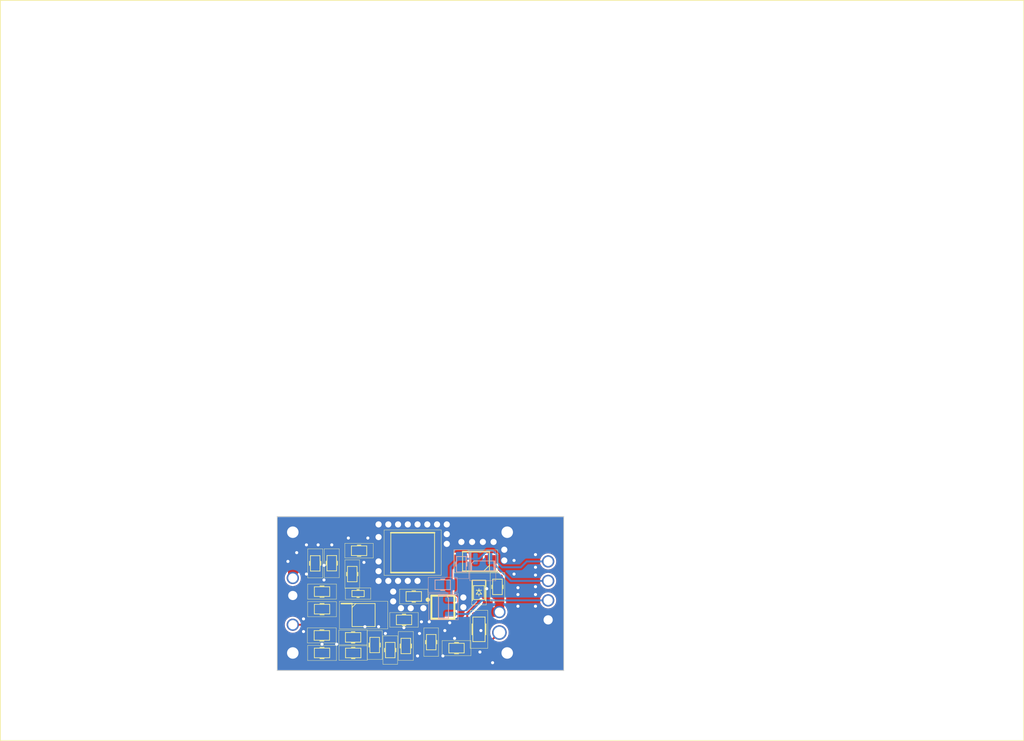
<source format=kicad_pcb>
(kicad_pcb (version 20221018) (generator pcbnew)
  (layers (0 "F.Cu" signal) (31 "B.Cu" signal) (34 "B.Paste" user) (35 "F.Paste" user) (36 "B.SilkS" user "B.Silkscreen") (37 "F.SilkS" user "F.Silkscreen") (38 "B.Mask" user) (39 "F.Mask" user) (44 "Edge.Cuts" user))
  (net 0 "")
  (net 1 "Net-(IC1-FB)")
  (net 2 "Net-(IC1-COMP)")
  (net 3 "Net-(IC1-RC)")
  (net 4 "Net-(IC1-SS)")
  (net 5 "Net-(D8-Conn)")
  (net 6 "Net-(C2-Pad1)")
  (net 7 "Net-(IC1-BP)")
  (net 8 "Net-(IC1-ISNS)")
  (net 9 "Net-(D10-Conn)")
  (net 10 "Net-(D66-Conn)")
  (net 11 "Net-(D6-Conn)")
  (net 12 "Net-(Z1-K)")
  (net 13 "Net-(Q1-D_1)")
  (net 14 "Net-(D17-Conn)")
  (net 15 "Net-(D67-Conn)")
  (net 16 "Net-(D68-Conn)")
  (net 17 "Net-(IC1-GDRV)")
  (net 18 "Net-(L2-Pad1)")
  (net 19 "Net-(Q1-S_1)")
  (net 20 "Net-(Q1-G)")
  (net 21 "GND")
  (footprint "Wire_holes:WireHole_1p5" (layer "F.Cu") (at 128.524 135.763)
    (fp_text reference "D6" hide)
    (fp_text value "Wire_Pad_01" hide)
    (pad "1" thru_hole circle (at 0 0) (size 1.9 1.9) (drill 1.5) (layers "*.Cu" "*.Mask") (net 11 "Net-(D6-Conn)"))
  )
  (footprint "Capacitor_SMD:C_0805_2012Metric_Pad1.18x1.45mm_HandSolder" (layer "F.Cu") (at 112.268 137.3925 -90)
    (fp_text reference "C9" hide)
    (fp_text value "C" hide)
    (pad "1" smd roundrect (at -1.0375 0 270) (size 1.175 1.45) (layers "F.Cu" "F.Paste" "F.Mask") (roundrect_rratio 0.212766) (net 7 "Net-(IC1-BP)"))
    (pad "2" smd roundrect (at 1.0375 0 270) (size 1.175 1.45) (layers "F.Cu" "F.Paste" "F.Mask") (roundrect_rratio 0.212766) (net 21 "GND"))
  )
  (footprint "Capacitor_SMD:C_0805_2012Metric_Pad1.18x1.45mm_HandSolder" (layer "F.Cu") (at 106.68 126.7245 -90)
    (fp_text reference "C5" hide)
    (fp_text value "C" hide)
    (pad "1" smd roundrect (at -1.0375 0 270) (size 1.175 1.45) (layers "F.Cu" "F.Paste" "F.Mask") (roundrect_rratio 0.212766) (net 5 "Net-(D8-Conn)"))
    (pad "2" smd roundrect (at 1.0375 0 270) (size 1.175 1.45) (layers "F.Cu" "F.Paste" "F.Mask") (roundrect_rratio 0.212766) (net 21 "GND"))
  )
  (footprint "Resistor_SMD:R_0805_2012Metric_Pad1.20x1.40mm_HandSolder" (layer "F.Cu") (at 109.458 136.398 180)
    (fp_text reference "R3" hide)
    (fp_text value "R" hide)
    (pad "1" smd roundrect (at -1 0 180) (size 1.2 1.4) (layers "F.Cu" "F.Paste" "F.Mask") (roundrect_rratio 0.208333) (net 1 "Net-(IC1-FB)"))
    (pad "2" smd roundrect (at 1 0 180) (size 1.2 1.4) (layers "F.Cu" "F.Paste" "F.Mask") (roundrect_rratio 0.208333) (net 6 "Net-(C2-Pad1)"))
  )
  (footprint "Resistor_SMD:R_0805_2012Metric_Pad1.20x1.40mm_HandSolder" (layer "F.Cu") (at 109.347 128.143 90)
    (fp_text reference "R4" hide)
    (fp_text value "R" hide)
    (pad "1" smd roundrect (at -1 0 90) (size 1.2 1.4) (layers "F.Cu" "F.Paste" "F.Mask") (roundrect_rratio 0.208333) (net 3 "Net-(IC1-RC)"))
    (pad "2" smd roundrect (at 1 0 90) (size 1.2 1.4) (layers "F.Cu" "F.Paste" "F.Mask") (roundrect_rratio 0.208333) (net 5 "Net-(D8-Conn)"))
  )
  (footprint "libraries:WireHole_1p2" (layer "F.Cu") (at 101.6 130.937)
    (fp_text reference "D1" hide)
    (fp_text value "WireHole_1p5" hide)
    (pad "1" thru_hole circle (at 0 0) (size 1.6 1.6) (drill 1.2) (layers "*.Cu" "*.Mask") (net 21 "GND"))
  )
  (footprint "Resistor_SMD:R_0805_2012Metric_Pad1.20x1.40mm_HandSolder" (layer "F.Cu") (at 109.474 138.43 180)
    (fp_text reference "R2" hide)
    (fp_text value "R" hide)
    (pad "1" smd roundrect (at -1 0 180) (size 1.2 1.4) (layers "F.Cu" "F.Paste" "F.Mask") (roundrect_rratio 0.208333) (net 11 "Net-(D6-Conn)"))
    (pad "2" smd roundrect (at 1 0 180) (size 1.2 1.4) (layers "F.Cu" "F.Paste" "F.Mask") (roundrect_rratio 0.208333) (net 1 "Net-(IC1-FB)"))
  )
  (footprint "libraries:WireHole_1p2" (layer "F.Cu") (at 134.874 126.492)
    (fp_text reference "D66" hide)
    (fp_text value "+5B" hide)
    (pad "1" thru_hole circle (at 0 0) (size 1.6 1.6) (drill 1.2) (layers "*.Cu" "*.Mask") (net 10 "Net-(D66-Conn)"))
  )
  (footprint "Resistor_SMD:R_0805_2012Metric_Pad1.20x1.40mm_HandSolder" (layer "F.Cu") (at 116.094 134.112)
    (fp_text reference "R6" hide)
    (fp_text value "R" hide)
    (pad "1" smd roundrect (at -1 0) (size 1.2 1.4) (layers "F.Cu" "F.Paste" "F.Mask") (roundrect_rratio 0.208333) (net 17 "Net-(IC1-GDRV)"))
    (pad "2" smd roundrect (at 1 0) (size 1.2 1.4) (layers "F.Cu" "F.Paste" "F.Mask") (roundrect_rratio 0.208333) (net 20 "Net-(Q1-G)"))
  )
  (footprint "libraries:WireHole_1p2" (layer "F.Cu") (at 128.524 133.096)
    (fp_text reference "D10" hide)
    (fp_text value "WireHole_1p5" hide)
    (pad "1" thru_hole circle (at 0 0) (size 1.6 1.6) (drill 1.2) (layers "*.Cu" "*.Mask") (net 9 "Net-(D10-Conn)"))
  )
  (footprint "Capacitor_SMD:C_0805_2012Metric_Pad1.18x1.45mm_HandSolder" (layer "F.Cu") (at 105.41 132.715)
    (fp_text reference "C4" hide)
    (fp_text value "C" hide)
    (pad "1" smd roundrect (at -1.0375 0) (size 1.175 1.45) (layers "F.Cu" "F.Paste" "F.Mask") (roundrect_rratio 0.212766) (net 21 "GND"))
    (pad "2" smd roundrect (at 1.0375 0) (size 1.175 1.45) (layers "F.Cu" "F.Paste" "F.Mask") (roundrect_rratio 0.212766) (net 4 "Net-(IC1-SS)"))
  )
  (footprint "Capacitor_SMD:C_0805_2012Metric_Pad1.18x1.45mm_HandSolder" (layer "F.Cu") (at 122.936 137.795 180)
    (fp_text reference "C30" hide)
    (fp_text value "C" hide)
    (pad "1" smd roundrect (at -1.0375 0 180) (size 1.175 1.45) (layers "F.Cu" "F.Paste" "F.Mask") (roundrect_rratio 0.212766) (net 9 "Net-(D10-Conn)"))
    (pad "2" smd roundrect (at 1.0375 0 180) (size 1.175 1.45) (layers "F.Cu" "F.Paste" "F.Mask") (roundrect_rratio 0.212766) (net 21 "GND"))
  )
  (footprint "Capacitor_SMD:C_0805_2012Metric_Pad1.18x1.45mm_HandSolder" (layer "F.Cu") (at 116.332 137.5195 -90)
    (fp_text reference "C11" hide)
    (fp_text value "C" hide)
    (pad "1" smd roundrect (at -1.0375 0 270) (size 1.175 1.45) (layers "F.Cu" "F.Paste" "F.Mask") (roundrect_rratio 0.212766) (net 8 "Net-(IC1-ISNS)"))
    (pad "2" smd roundrect (at 1.0375 0 270) (size 1.175 1.45) (layers "F.Cu" "F.Paste" "F.Mask") (roundrect_rratio 0.212766) (net 21 "GND"))
  )
  (footprint "libraries:WireHole_1p2" (layer "F.Cu") (at 134.874 129.032)
    (fp_text reference "D68" hide)
    (fp_text value "t_Q" hide)
    (pad "1" thru_hole circle (at 0 0) (size 1.6 1.6) (drill 1.2) (layers "*.Cu" "*.Mask") (net 16 "Net-(D68-Conn)"))
  )
  (footprint "libraries:DFN_3X3_EP" (layer "F.Cu") (at 121.158 132.461 -90)
    (fp_text reference "Q1" hide)
    (fp_text value "AON7407" hide)
    (pad "1" smd rect (at -0.975 1.4 270) (size 0.35 0.5) (layers "F.Cu" "F.Paste" "F.Mask") (net 19 "Net-(Q1-S_1)"))
    (pad "2" smd rect (at -0.325 1.4 270) (size 0.35 0.5) (layers "F.Cu" "F.Paste" "F.Mask") (net 19 "Net-(Q1-S_1)"))
    (pad "3" smd rect (at 0.325 1.4 270) (size 0.35 0.5) (layers "F.Cu" "F.Paste" "F.Mask") (net 19 "Net-(Q1-S_1)"))
    (pad "4" smd rect (at 0.975 1.4 270) (size 0.35 0.5) (layers "F.Cu" "F.Paste" "F.Mask") (net 20 "Net-(Q1-G)"))
    (pad "5" smd rect (at 0.975 -1.5) (size 0.3 0.4) (layers "F.Cu" "F.Paste" "F.Mask") (net 13 "Net-(Q1-D_1)"))
    (pad "6" smd rect (at 0.325 -1.5) (size 0.3 0.4) (layers "F.Cu" "F.Paste" "F.Mask") (net 13 "Net-(Q1-D_1)"))
    (pad "7" smd rect (at -0.325 -1.5) (size 0.3 0.4) (layers "F.Cu" "F.Paste" "F.Mask") (net 13 "Net-(Q1-D_1)"))
    (pad "8" smd rect (at -0.975 -1.5) (size 0.3 0.4) (layers "F.Cu" "F.Paste" "F.Mask") (net 13 "Net-(Q1-D_1)"))
    (pad "9" smd rect (at -1.415 0 270) (size 0.38 0.43) (layers "F.Cu" "F.Paste" "F.Mask") (net 13 "Net-(Q1-D_1)"))
    (pad "10" smd rect (at 0 -0.36) (size 1.98 2.45) (layers "F.Cu" "F.Paste" "F.Mask") (net 13 "Net-(Q1-D_1)"))
    (pad "11" smd rect (at 1.415 0 270) (size 0.38 0.43) (layers "F.Cu" "F.Paste" "F.Mask") (net 13 "Net-(Q1-D_1)"))
  )
  (footprint "Resistor_SMD:R_0805_2012Metric_Pad1.20x1.40mm_HandSolder" (layer "F.Cu") (at 114.3 138.049 -90)
    (fp_text reference "R1" hide)
    (fp_text value "R" hide)
    (pad "1" smd roundrect (at -1 0 270) (size 1.2 1.4) (layers "F.Cu" "F.Paste" "F.Mask") (roundrect_rratio 0.208333) (net 21 "GND"))
    (pad "2" smd roundrect (at 1 0 270) (size 1.2 1.4) (layers "F.Cu" "F.Paste" "F.Mask") (roundrect_rratio 0.208333) (net 11 "Net-(D6-Conn)"))
  )
  (footprint "Capacitor_SMD:C_0603_1608Metric_Pad1.08x0.95mm_HandSolder" (layer "F.Cu") (at 110.109 130.683 180)
    (fp_text reference "C12" hide)
    (fp_text value "C" hide)
    (pad "1" smd roundrect (at -0.8625 0 180) (size 1.075 0.95) (layers "F.Cu" "F.Paste" "F.Mask") (net 5 "Net-(D8-Conn)"))
    (pad "2" smd roundrect (at 0.8625 0 180) (size 1.075 0.95) (layers "F.Cu" "F.Paste" "F.Mask") (net 21 "GND"))
  )
  (footprint "libraries:WireHole_1p2" (layer "F.Cu") (at 134.874 134.112)
    (fp_text reference "D69" hide)
    (fp_text value "Gnd" hide)
    (pad "1" thru_hole circle (at 0 0) (size 1.6 1.6) (drill 1.2) (layers "*.Cu" "*.Mask") (net 21 "GND"))
  )
  (footprint "Wire_holes:WireHole_1p5" (layer "F.Cu") (at 101.6 138.43)
    (fp_text reference "U4" hide)
    (fp_text value "Mounting_Hole_M2" hide)
    (pad "1" thru_hole circle (at 0 0) (size 1.9 1.9) (drill 1.5) (layers "*.Cu" "*.Mask") (net 21 "GND"))
  )
  (footprint "Capacitor_SMD:C_0805_2012Metric_Pad1.18x1.45mm_HandSolder" (layer "F.Cu") (at 105.3885 136.144 180)
    (fp_text reference "C2" hide)
    (fp_text value "C" hide)
    (pad "1" smd roundrect (at -1.0375 0 180) (size 1.175 1.45) (layers "F.Cu" "F.Paste" "F.Mask") (roundrect_rratio 0.212766) (net 6 "Net-(C2-Pad1)"))
    (pad "2" smd roundrect (at 1.0375 0 180) (size 1.175 1.45) (layers "F.Cu" "F.Paste" "F.Mask") (roundrect_rratio 0.212766) (net 2 "Net-(IC1-COMP)"))
  )
  (footprint "Wire_holes:WireHole_1p5" (layer "F.Cu") (at 129.54 138.43)
    (fp_text reference "U3" hide)
    (fp_text value "Mounting_Hole_M2" hide)
    (pad "1" thru_hole circle (at 0 0) (size 1.9 1.9) (drill 1.5) (layers "*.Cu" "*.Mask") (net 21 "GND"))
  )
  (footprint "Resistor_SMD:R_0805_2012Metric_Pad1.20x1.40mm_HandSolder" (layer "F.Cu") (at 128.27 129.81 90)
    (fp_text reference "R12" hide)
    (fp_text value "R" hide)
    (pad "1" smd roundrect (at -1 0 90) (size 1.2 1.4) (layers "F.Cu" "F.Paste" "F.Mask") (roundrect_rratio 0.208333) (net 9 "Net-(D10-Conn)"))
    (pad "2" smd roundrect (at 1 0 90) (size 1.2 1.4) (layers "F.Cu" "F.Paste" "F.Mask") (roundrect_rratio 0.208333) (net 12 "Net-(Z1-K)"))
  )
  (footprint "Diode_SMD:D_SOD-323F" (layer "F.Cu") (at 125.857 130.556 -90)
    (fp_text reference "Z1" hide)
    (fp_text value "BZT52-C5V1J" hide)
    (pad "1" smd roundrect (at -1.1 0 270) (size 0.5 0.5) (layers "F.Cu" "F.Paste" "F.Mask") (net 12 "Net-(Z1-K)"))
    (pad "2" smd roundrect (at 1.1 0 270) (size 0.5 0.5) (layers "F.Cu" "F.Paste" "F.Mask") (net 8 "Net-(IC1-ISNS)"))
  )
  (footprint "Capacitor_SMD:C_1206_3216Metric_Pad1.33x1.80mm_HandSolder" (layer "F.Cu") (at 125.857 135.3435 -90)
    (fp_text reference "C13" hide)
    (fp_text value "C" hide)
    (pad "1" smd roundrect (at -1.5625 0 270) (size 1.325 1.8) (layers "F.Cu" "F.Paste" "F.Mask") (roundrect_rratio 0.188679) (net 9 "Net-(D10-Conn)"))
    (pad "2" smd roundrect (at 1.5625 0 270) (size 1.325 1.8) (layers "F.Cu" "F.Paste" "F.Mask") (roundrect_rratio 0.188679) (net 21 "GND"))
  )
  (footprint "libraries:SODFL4626X120N" (layer "F.Cu") (at 125.476 126.492 180)
    (fp_text reference "D12" hide)
    (fp_text value "SS36" hide)
    (pad "1" smd rect (at -1.9 0 180) (size 1.53 1.63) (layers "F.Cu" "F.Paste" "F.Mask") (net 12 "Net-(Z1-K)"))
    (pad "2" smd rect (at 1.9 0 180) (size 1.53 1.63) (layers "F.Cu" "F.Paste" "F.Mask") (net 13 "Net-(Q1-D_1)"))
  )
  (footprint "Wire_holes:WireHole_1p5" (layer "F.Cu") (at 101.6 122.682)
    (fp_text reference "U5" hide)
    (fp_text value "Mounting_Hole_M2" hide)
    (pad "1" thru_hole circle (at 0 0) (size 1.9 1.9) (drill 1.5) (layers "*.Cu" "*.Mask") (net 21 "GND"))
  )
  (footprint "Wire_holes:WireHole_1p5" (layer "F.Cu") (at 129.54 122.682)
    (fp_text reference "U2" hide)
    (fp_text value "Mounting_Hole_M2" hide)
    (pad "1" thru_hole circle (at 0 0) (size 1.9 1.9) (drill 1.5) (layers "*.Cu" "*.Mask") (net 21 "GND"))
  )
  (footprint "Resistor_SMD:R_0805_2012Metric_Pad1.20x1.40mm_HandSolder" (layer "F.Cu") (at 117.364 131.064 180)
    (fp_text reference "R8" hide)
    (fp_text value "R" hide)
    (pad "1" smd roundrect (at -1 0 180) (size 1.2 1.4) (layers "F.Cu" "F.Paste" "F.Mask") (roundrect_rratio 0.208333) (net 19 "Net-(Q1-S_1)"))
    (pad "2" smd roundrect (at 1 0 180) (size 1.2 1.4) (layers "F.Cu" "F.Paste" "F.Mask") (roundrect_rratio 0.208333) (net 21 "GND"))
  )
  (footprint "Resistor_SMD:R_0805_2012Metric_Pad1.20x1.40mm_HandSolder" (layer "F.Cu") (at 110.236 125.095)
    (fp_text reference "R11" hide)
    (fp_text value "R" hide)
    (pad "1" smd roundrect (at -1 0) (size 1.2 1.4) (layers "F.Cu" "F.Paste" "F.Mask") (roundrect_rratio 0.208333) (net 5 "Net-(D8-Conn)"))
    (pad "2" smd roundrect (at 1 0) (size 1.2 1.4) (layers "F.Cu" "F.Paste" "F.Mask") (roundrect_rratio 0.208333) (net 18 "Net-(L2-Pad1)"))
  )
  (footprint "libraries:INDPM5752X300N" (layer "F.Cu") (at 117.221 125.349)
    (fp_text reference "L2" hide)
    (fp_text value "SRP7050AA-220M" hide)
    (pad "1" smd rect (at -2.4 0 90) (size 1.6 2.15) (layers "F.Cu" "F.Paste" "F.Mask") (net 18 "Net-(L2-Pad1)"))
    (pad "2" smd rect (at 2.4 0 90) (size 1.6 2.15) (layers "F.Cu" "F.Paste" "F.Mask") (net 13 "Net-(Q1-D_1)"))
  )
  (footprint "Capacitor_SMD:C_0805_2012Metric_Pad1.18x1.45mm_HandSolder" (layer "F.Cu") (at 105.41 138.43 180)
    (fp_text reference "C1" hide)
    (fp_text value "C" hide)
    (pad "1" smd roundrect (at -1.0375 0 180) (size 1.175 1.45) (layers "F.Cu" "F.Paste" "F.Mask") (roundrect_rratio 0.212766) (net 1 "Net-(IC1-FB)"))
    (pad "2" smd roundrect (at 1.0375 0 180) (size 1.175 1.45) (layers "F.Cu" "F.Paste" "F.Mask") (roundrect_rratio 0.212766) (net 2 "Net-(IC1-COMP)"))
  )
  (footprint "libraries:SOP50P490X110-11N" (layer "F.Cu") (at 110.83 133.485)
    (fp_text reference "IC1" hide)
    (fp_text value "TPS40211QDGQRQ1" hide)
    (pad "1" smd rect (at -2.2 -1 90) (size 0.3 1.4) (layers "F.Cu" "F.Paste" "F.Mask") (net 3 "Net-(IC1-RC)"))
    (pad "2" smd rect (at -2.2 -0.5 90) (size 0.3 1.4) (layers "F.Cu" "F.Paste" "F.Mask") (net 4 "Net-(IC1-SS)"))
    (pad "3" smd rect (at -2.2 0 90) (size 0.3 1.4) (layers "F.Cu" "F.Paste" "F.Mask") (net 14 "Net-(D17-Conn)"))
    (pad "4" smd rect (at -2.2 0.5 90) (size 0.3 1.4) (layers "F.Cu" "F.Paste" "F.Mask") (net 2 "Net-(IC1-COMP)"))
    (pad "5" smd rect (at -2.2 1 90) (size 0.3 1.4) (layers "F.Cu" "F.Paste" "F.Mask") (net 1 "Net-(IC1-FB)"))
    (pad "6" smd rect (at 2.2 1 90) (size 0.3 1.4) (layers "F.Cu" "F.Paste" "F.Mask") (net 21 "GND"))
    (pad "7" smd rect (at 2.2 0.5 90) (size 0.3 1.4) (layers "F.Cu" "F.Paste" "F.Mask") (net 8 "Net-(IC1-ISNS)"))
    (pad "8" smd rect (at 2.2 0 90) (size 0.3 1.4) (layers "F.Cu" "F.Paste" "F.Mask") (net 17 "Net-(IC1-GDRV)"))
    (pad "9" smd rect (at 2.2 -0.5 90) (size 0.3 1.4) (layers "F.Cu" "F.Paste" "F.Mask") (net 7 "Net-(IC1-BP)"))
    (pad "10" smd rect (at 2.2 -1 90) (size 0.3 1.4) (layers "F.Cu" "F.Paste" "F.Mask") (net 5 "Net-(D8-Conn)"))
    (pad "11" smd rect (at 0 0) (size 1.57 1.88) (layers "F.Cu" "F.Paste" "F.Mask") (net 21 "GND"))
  )
  (footprint "Capacitor_SMD:C_0805_2012Metric_Pad1.18x1.45mm_HandSolder" (layer "F.Cu") (at 105.41 130.429)
    (fp_text reference "C3" hide)
    (fp_text value "C" hide)
    (pad "1" smd roundrect (at -1.0375 0) (size 1.175 1.45) (layers "F.Cu" "F.Paste" "F.Mask") (roundrect_rratio 0.212766) (net 21 "GND"))
    (pad "2" smd roundrect (at 1.0375 0) (size 1.175 1.45) (layers "F.Cu" "F.Paste" "F.Mask") (roundrect_rratio 0.212766) (net 3 "Net-(IC1-RC)"))
  )
  (footprint "libraries:WireHole_1p2" (layer "F.Cu") (at 101.6 134.747)
    (fp_text reference "D17" hide)
    (fp_text value "WireHole_1p5" hide)
    (pad "1" thru_hole circle (at 0 0) (size 1.6 1.6) (drill 1.2) (layers "*.Cu" "*.Mask") (net 14 "Net-(D17-Conn)"))
  )
  (footprint "libraries:WireHole_1p2" (layer "F.Cu") (at 101.6 128.651)
    (fp_text reference "D8" hide)
    (fp_text value "WireHole_1p5" hide)
    (pad "1" thru_hole circle (at 0 0) (size 1.6 1.6) (drill 1.2) (layers "*.Cu" "*.Mask") (net 5 "Net-(D8-Conn)"))
  )
  (footprint "Resistor_SMD:R_0805_2012Metric_Pad1.20x1.40mm_HandSolder" (layer "F.Cu") (at 119.634 137.017 90)
    (fp_text reference "R7" hide)
    (fp_text value "R" hide)
    (pad "1" smd roundrect (at -1 0 90) (size 1.2 1.4) (layers "F.Cu" "F.Paste" "F.Mask") (roundrect_rratio 0.208333) (net 8 "Net-(IC1-ISNS)"))
    (pad "2" smd roundrect (at 1 0 90) (size 1.2 1.4) (layers "F.Cu" "F.Paste" "F.Mask") (roundrect_rratio 0.208333) (net 19 "Net-(Q1-S_1)"))
  )
  (footprint "Capacitor_SMD:C_0805_2012Metric_Pad1.18x1.45mm_HandSolder" (layer "F.Cu") (at 104.521 126.746 -90)
    (fp_text reference "C8" hide)
    (fp_text value "C" hide)
    (pad "1" smd roundrect (at -1.0375 0 270) (size 1.175 1.45) (layers "F.Cu" "F.Paste" "F.Mask") (roundrect_rratio 0.212766) (net 5 "Net-(D8-Conn)"))
    (pad "2" smd roundrect (at 1.0375 0 270) (size 1.175 1.45) (layers "F.Cu" "F.Paste" "F.Mask") (roundrect_rratio 0.212766) (net 21 "GND"))
  )
  (footprint "libraries:WireHole_1p2" (layer "F.Cu") (at 134.874 131.572)
    (fp_text reference "D67" hide)
    (fp_text value "t_D" hide)
    (pad "1" thru_hole circle (at 0 0) (size 1.6 1.6) (drill 1.2) (layers "*.Cu" "*.Mask") (net 15 "Net-(D67-Conn)"))
  )
  (footprint "Package_TO_SOT_SMD:SOT-23" (layer "B.Cu") (at 126.35425 127.0785 -90)
    (fp_text reference "U12" hide)
    (fp_text value "MCP9700AT-ETT" hide)
    (pad "1" smd roundrect (at -0.9375 0.95 270) (size 1.475 0.6) (layers "B.Cu" "B.Paste" "B.Mask") (net 10 "Net-(D66-Conn)"))
    (pad "2" smd roundrect (at -0.9375 -0.95 270) (size 1.475 0.6) (layers "B.Cu" "B.Paste" "B.Mask") (net 16 "Net-(D68-Conn)"))
    (pad "3" smd roundrect (at 0.9375 0 270) (size 1.475 0.6) (layers "B.Cu" "B.Paste" "B.Mask") (net 21 "GND"))
  )
  (footprint "Capacitor_SMD:C_0805_2012Metric_Pad1.18x1.45mm_HandSolder" (layer "B.Cu") (at 123.56025 126.8515 -90)
    (fp_text reference "C50" hide)
    (fp_text value "C" hide)
    (pad "1" smd roundrect (at -1.0375 0 270) (size 1.175 1.45) (layers "B.Cu" "B.Paste" "B.Mask") (roundrect_rratio 0.212766) (net 10 "Net-(D66-Conn)"))
    (pad "2" smd roundrect (at 1.0375 0 270) (size 1.175 1.45) (layers "B.Cu" "B.Paste" "B.Mask") (roundrect_rratio 0.212766) (net 21 "GND"))
  )
  (footprint "Capacitor_SMD:C_0805_2012Metric_Pad1.18x1.45mm_HandSolder" (layer "B.Cu") (at 121.1365 129.54 180)
    (fp_text reference "C49" hide)
    (fp_text value "C" hide)
    (pad "1" smd roundrect (at -1.0375 0 180) (size 1.175 1.45) (layers "B.Cu" "B.Paste" "B.Mask") (roundrect_rratio 0.212766) (net 10 "Net-(D66-Conn)"))
    (pad "2" smd roundrect (at 1.0375 0 180) (size 1.175 1.45) (layers "B.Cu" "B.Paste" "B.Mask") (roundrect_rratio 0.212766) (net 21 "GND"))
  )
  (footprint "Package_TO_SOT_SMD:SOT-23" (layer "B.Cu") (at 121.2365 132.4 180)
    (fp_text reference "U13" hide)
    (fp_text value "MCP9700AT-ETT" hide)
    (pad "1" smd roundrect (at -0.9375 0.95 180) (size 1.475 0.6) (layers "B.Cu" "B.Paste" "B.Mask") (net 10 "Net-(D66-Conn)"))
    (pad "2" smd roundrect (at -0.9375 -0.95 180) (size 1.475 0.6) (layers "B.Cu" "B.Paste" "B.Mask") (net 15 "Net-(D67-Conn)"))
    (pad "3" smd roundrect (at 0.9375 0 180) (size 1.475 0.6) (layers "B.Cu" "B.Paste" "B.Mask") (net 21 "GND"))
  )
  (gr_line (start 63.5 53.34) (end 196.85 53.34) (stroke (width 0.1)) (layer "F.SilkS"))
  (gr_line (start 196.85 149.86) (end 63.5 149.86) (stroke (width 0.1)) (layer "F.SilkS"))
  (gr_line (start 196.85 53.34) (end 196.85 149.86) (stroke (width 0.1)) (layer "F.SilkS"))
  (gr_line (start 63.5 149.86) (end 63.5 53.34) (stroke (width 0.1)) (layer "F.SilkS"))
  (gr_line (start 136.906 140.716) (end 99.568 140.716) (stroke (width 0.1)) (layer "Edge.Cuts"))
  (gr_line (start 136.906 120.65) (end 136.906 140.716) (stroke (width 0.1)) (layer "Edge.Cuts"))
  (gr_line (start 99.568 140.716) (end 99.568 120.65) (stroke (width 0.1)) (layer "Edge.Cuts"))
  (gr_line (start 99.568 120.65) (end 136.906 120.65) (stroke (width 0.1)) (layer "Edge.Cuts"))
  (segment (start 106.4475 138.43) (end 108.474 138.43) (width 0.25) (layer "F.Cu") (net 1))
  (segment (start 110.458 136.446) (end 108.474 138.43) (width 0.25) (layer "F.Cu") (net 1))
  (segment (start 108.63 134.57) (end 110.458 136.398) (width 0.25) (layer "F.Cu") (net 1))
  (segment (start 110.458 136.398) (end 110.458 136.446) (width 0.25) (layer "F.Cu") (net 1))
  (segment (start 108.63 134.485) (end 108.63 134.57) (width 0.25) (layer "F.Cu") (net 1))
  (segment (start 107.63 133.985) (end 106.741 134.874) (width 0.25) (layer "F.Cu") (net 2))
  (segment (start 106.741 134.874) (end 105.621 134.874) (width 0.25) (layer "F.Cu") (net 2))
  (segment (start 105.621 134.874) (end 104.351 136.144) (width 0.25) (layer "F.Cu") (net 2))
  (segment (start 104.3725 138.43) (end 104.3725 136.1655) (width 0.25) (layer "F.Cu") (net 2))
  (segment (start 108.63 133.985) (end 107.63 133.985) (width 0.25) (layer "F.Cu") (net 2))
  (segment (start 104.3725 136.1655) (end 104.351 136.144) (width 0.25) (layer "F.Cu") (net 2))
  (segment (start 106.4475 130.429) (end 106.574 130.429) (width 0.25) (layer "F.Cu") (net 3))
  (segment (start 107.7335 129.143) (end 106.4475 130.429) (width 0.25) (layer "F.Cu") (net 3))
  (segment (start 106.574 130.429) (end 108.63 132.485) (width 0.25) (layer "F.Cu") (net 3))
  (segment (start 109.347 129.143) (end 107.7335 129.143) (width 0.25) (layer "F.Cu") (net 3))
  (segment (start 106.7175 132.985) (end 106.4475 132.715) (width 0.25) (layer "F.Cu") (net 4))
  (segment (start 108.63 132.985) (end 106.7175 132.985) (width 0.25) (layer "F.Cu") (net 4))
  (segment (start 108.569 125.095) (end 107.934 125.73) (width 1.25) (layer "F.Cu") (net 5))
  (segment (start 110.9715 130.683) (end 111.228 130.683) (width 0.25) (layer "F.Cu") (net 5))
  (segment (start 110.9715 130.683) (end 110.9715 128.7675) (width 0.25) (layer "F.Cu") (net 5))
  (segment (start 111.228 130.683) (end 113.03 132.485) (width 0.25) (layer "F.Cu") (net 5))
  (segment (start 101.6 127.84139) (end 101.6 128.397) (width 1.25) (layer "F.Cu") (net 5))
  (segment (start 107.891 125.687) (end 103.75439 125.687) (width 1.25) (layer "F.Cu") (net 5))
  (segment (start 110.9715 128.7675) (end 107.934 125.73) (width 0.25) (layer "F.Cu") (net 5))
  (segment (start 103.75439 125.687) (end 101.6 127.84139) (width 1.25) (layer "F.Cu") (net 5))
  (segment (start 101.6 128.397) (end 101.6 128.651) (width 0.25) (layer "F.Cu") (net 5))
  (segment (start 109.236 125.095) (end 108.569 125.095) (width 1.25) (layer "F.Cu") (net 5))
  (segment (start 107.934 125.73) (end 107.891 125.687) (width 2) (layer "F.Cu") (net 5))
  (segment (start 108.458 136.398) (end 106.68 136.398) (width 0.25) (layer "F.Cu") (net 6))
  (segment (start 106.68 136.398) (end 106.426 136.144) (width 0.25) (layer "F.Cu") (net 6))
  (segment (start 112.03 132.985) (end 111.94 133.075) (width 0.25) (layer "F.Cu") (net 7))
  (segment (start 113.03 132.985) (end 112.03 132.985) (width 0.25) (layer "F.Cu") (net 7))
  (segment (start 111.94 135.773) (end 112.522 136.355) (width 0.25) (layer "F.Cu") (net 7))
  (segment (start 111.94 133.075) (end 111.94 135.773) (width 0.25) (layer "F.Cu") (net 7))
  (segment (start 114.055 135.01) (end 115.019 135.974) (width 0.25) (layer "F.Cu") (net 8))
  (segment (start 118.713 137.636) (end 119.634 137.636) (width 0.25) (layer "F.Cu") (net 8))
  (segment (start 115.019 135.974) (end 116.84 135.974) (width 0.25) (layer "F.Cu") (net 8))
  (segment (start 124.333 133.731) (end 124.333 133.223) (width 0.25) (layer "F.Cu") (net 8))
  (segment (start 117.559 136.482) (end 118.713 137.636) (width 0.25) (layer "F.Cu") (net 8))
  (segment (start 124.333 133.223) (end 125.857 131.699) (width 0.25) (layer "F.Cu") (net 8))
  (segment (start 121.2295 136.3265) (end 121.4835 136.3265) (width 0.25) (layer "F.Cu") (net 8))
  (segment (start 121.7375 136.3265) (end 124.333 133.731) (width 0.25) (layer "F.Cu") (net 8))
  (segment (start 121.4835 136.3265) (end 121.7375 136.3265) (width 0.25) (layer "F.Cu") (net 8))
  (segment (start 117.0725 136.482) (end 117.559 136.482) (width 0.25) (layer "F.Cu") (net 8))
  (segment (start 121.412 136.3265) (end 121.4835 136.3265) (width 0.25) (layer "F.Cu") (net 8))
  (segment (start 125.857 131.699) (end 125.857 131.656) (width 0.25) (layer "F.Cu") (net 8))
  (segment (start 119.92 137.636) (end 121.2295 136.3265) (width 0.25) (layer "F.Cu") (net 8))
  (segment (start 113.03 133.985) (end 114.03 133.985) (width 0.25) (layer "F.Cu") (net 8))
  (segment (start 119.634 137.636) (end 119.92 137.636) (width 0.25) (layer "F.Cu") (net 8))
  (segment (start 114.055 134.01) (end 114.055 135.01) (width 0.25) (layer "F.Cu") (net 8))
  (segment (start 114.03 133.985) (end 114.055 134.01) (width 0.25) (layer "F.Cu") (net 8))
  (segment (start 128.524 133.096) (end 128.524 131.064) (width 1.25) (layer "F.Cu") (net 9))
  (segment (start 123.9735 135.6645) (end 125.857 133.781) (width 1.25) (layer "F.Cu") (net 9))
  (segment (start 125.857 133.781) (end 126.542 133.096) (width 1.25) (layer "F.Cu") (net 9))
  (segment (start 126.542 133.096) (end 128.524 133.096) (width 1.25) (layer "F.Cu") (net 9))
  (segment (start 123.9735 137.795) (end 123.9735 135.6645) (width 1.25) (layer "F.Cu") (net 9))
  (segment (start 128.524 131.064) (end 128.27 130.81) (width 0.25) (layer "F.Cu") (net 9))
  (segment (start 125.40425 126.141) (end 123.73875 126.141) (width 0.25) (layer "B.Cu") (net 10))
  (segment (start 126.957499 125.0785) (end 127.651001 125.0785) (width 0.25) (layer "B.Cu") (net 10))
  (segment (start 122.174 127.20025) (end 123.56025 125.814) (width 0.25) (layer "B.Cu") (net 10))
  (segment (start 128.881273 127.254) (end 131.318 127.254) (width 0.25) (layer "B.Cu") (net 10))
  (segment (start 122.247 131.377) (end 122.174 131.45) (width 0.25) (layer "B.Cu") (net 10))
  (segment (start 125.40425 126.141) (end 125.894999 126.141) (width 0.25) (layer "B.Cu") (net 10))
  (segment (start 122.174 129.54) (end 122.174 127.20025) (width 0.25) (layer "B.Cu") (net 10))
  (segment (start 131.318 127.254) (end 132.08 126.492) (width 0.25) (layer "B.Cu") (net 10))
  (segment (start 125.894999 126.141) (end 126.957499 125.0785) (width 0.25) (layer "B.Cu") (net 10))
  (segment (start 127.651001 125.0785) (end 128.27 125.697499) (width 0.25) (layer "B.Cu") (net 10))
  (segment (start 128.27 126.642727) (end 128.881273 127.254) (width 0.25) (layer "B.Cu") (net 10))
  (segment (start 132.08 126.492) (end 134.874 126.492) (width 0.25) (layer "B.Cu") (net 10))
  (segment (start 122.247 129.479) (end 122.247 131.377) (width 0.25) (layer "B.Cu") (net 10))
  (segment (start 128.27 125.697499) (end 128.27 126.642727) (width 0.25) (layer "B.Cu") (net 10))
  (segment (start 114.316 139.7) (end 126.111 139.7) (width 0.25) (layer "F.Cu") (net 11))
  (segment (start 127.254 138.557) (end 127.254 137.033) (width 0.25) (layer "F.Cu") (net 11))
  (segment (start 110.744 139.7) (end 110.474 139.43) (width 0.25) (layer "F.Cu") (net 11))
  (segment (start 113.649 139.7) (end 110.744 139.7) (width 0.25) (layer "F.Cu") (net 11))
  (segment (start 126.111 139.7) (end 127.254 138.557) (width 0.25) (layer "F.Cu") (net 11))
  (segment (start 110.474 139.43) (end 110.474 138.43) (width 0.25) (layer "F.Cu") (net 11))
  (segment (start 127.254 137.033) (end 128.524 135.763) (width 0.25) (layer "F.Cu") (net 11))
  (segment (start 113.726 139.11) (end 114.316 139.7) (width 0.25) (layer "F.Cu") (net 11))
  (segment (start 114.3 139.049) (end 113.649 139.7) (width 0.25) (layer "F.Cu") (net 11))
  (segment (start 127.4285 127.9685) (end 128.27 128.81) (width 1.25) (layer "F.Cu") (net 12))
  (segment (start 125.73 129.667) (end 127.4285 127.9685) (width 0.25) (layer "F.Cu") (net 12))
  (segment (start 126.868 126.238) (end 126.995 126.365) (width 0.25) (layer "F.Cu") (net 12))
  (segment (start 127.4285 126.5445) (end 127.4285 127.9685) (width 1.25) (layer "F.Cu") (net 12))
  (segment (start 127.249 126.365) (end 127.4285 126.5445) (width 1.25) (layer "F.Cu") (net 12))
  (segment (start 121.793 131.046) (end 121.793 126.365) (width 1.25) (layer "F.Cu") (net 13))
  (segment (start 121.793 126.365) (end 121.666 126.238) (width 0.25) (layer "F.Cu") (net 13))
  (segment (start 120.767 131.858) (end 120.774 131.865) (width 0.25) (layer "F.Cu") (net 13))
  (segment (start 121.666 126.238) (end 119.507 126.238) (width 1.25) (layer "F.Cu") (net 13))
  (segment (start 123.576 126.492) (end 123.322 126.238) (width 0.25) (layer "F.Cu") (net 13))
  (segment (start 123.571 126.497) (end 123.576 126.492) (width 0.25) (layer "F.Cu") (net 13))
  (segment (start 123.322 126.238) (end 121.666 126.238) (width 1.25) (layer "F.Cu") (net 13))
  (segment (start 106.549173 134.239) (end 104.013 134.239) (width 0.25) (layer "F.Cu") (net 14))
  (segment (start 108.63 133.485) (end 107.303173 133.485) (width 0.25) (layer "F.Cu") (net 14))
  (segment (start 103.505 134.747) (end 101.6 134.747) (width 0.25) (layer "F.Cu") (net 14))
  (segment (start 107.303173 133.485) (end 106.549173 134.239) (width 0.25) (layer "F.Cu") (net 14))
  (segment (start 104.013 134.239) (end 103.505 134.747) (width 0.25) (layer "F.Cu") (net 14))
  (segment (start 124.46 133.35) (end 126.238 131.572) (width 0.25) (layer "B.Cu") (net 15))
  (segment (start 122.174 133.35) (end 124.46 133.35) (width 0.25) (layer "B.Cu") (net 15))
  (segment (start 126.238 131.572) (end 134.874 131.572) (width 0.25) (layer "B.Cu") (net 15))
  (segment (start 127.30425 126.141) (end 127.30425 126.313373) (width 0.25) (layer "B.Cu") (net 16))
  (segment (start 127.30425 126.313373) (end 130.022877 129.032) (width 0.25) (layer "B.Cu") (net 16))
  (segment (start 130.022877 129.032) (end 134.874 129.032) (width 0.25) (layer "B.Cu") (net 16))
  (segment (start 113.03 133.485) (end 115.07 133.485) (width 0.25) (layer "F.Cu") (net 17))
  (segment (start 111.236 125.095) (end 114.567 125.095) (width 1.25) (layer "F.Cu") (net 18))
  (segment (start 114.567 125.095) (end 114.821 125.349) (width 1.25) (layer "F.Cu") (net 18))
  (segment (start 119.959 132.786) (end 120.269 133.096) (width 0.2) (layer "F.Cu") (net 19))
  (segment (start 120.269 133.1515) (end 120.269 135.382) (width 0.2) (layer "F.Cu") (net 19))
  (segment (start 120.269 135.382) (end 119.634 136.017) (width 0.2) (layer "F.Cu") (net 19))
  (segment (start 119.634 135.9295) (end 119.634 136.017) (width 0.15) (layer "F.Cu") (net 19))
  (segment (start 119.959 132.786) (end 119.758 132.786) (width 0.1) (layer "F.Cu") (net 19))
  (segment (start 119.758 131.486) (end 118.389 131.486) (width 0.25) (layer "F.Cu") (net 19))
  (segment (start 119.758 131.486) (end 119.758 132.786) (width 0.25) (layer "F.Cu") (net 19))
  (segment (start 117.881 133.436) (end 117.205 134.112) (width 0.25) (layer "F.Cu") (net 20))
  (segment (start 119.758 133.436) (end 117.881 133.436) (width 0.25) (layer "F.Cu") (net 20))
  (segment (start 112.633 138.43) (end 112.649 138.414) (width 0.25) (layer "F.Cu") (net 21))
  (via (at 133.223 125.603) (size 0.8) (drill 0.4) (layers "F.Cu" "B.Cu") (net 21))
  (via (at 121.666 124.206) (size 1) (drill 0.8) (layers "F.Cu" "B.Cu") (net 21))
  (via (at 116.967 132.588) (size 1) (drill 0.8) (layers "F.Cu" "B.Cu") (net 21))
  (via (at 112.776 123.317) (size 1) (drill 0.8) (layers "F.Cu" "B.Cu") (net 21))
  (via (at 130.429 126.365) (size 0.8) (drill 0.4) (layers "F.Cu" "B.Cu") (net 21))
  (via (at 121.412 135.509) (size 0.8) (drill 0.4) (layers "F.Cu" "B.Cu") (net 21))
  (via (at 133.223 129.794) (size 0.8) (drill 0.4) (layers "F.Cu" "B.Cu") (net 21))
  (via (at 119.38 134.366) (size 0.8) (drill 0.4) (layers "F.Cu" "B.Cu") (net 21))
  (via (at 121.666 122.936) (size 1) (drill 0.8) (layers "F.Cu" "B.Cu") (net 21))
  (via (at 114.681 131.699) (size 1) (drill 0.8) (layers "F.Cu" "B.Cu") (net 21))
  (via (at 129.159 124.968) (size 1) (drill 0.8) (layers "F.Cu" "B.Cu") (net 21))
  (via (at 102.997 135.636) (size 0.8) (drill 0.4) (layers "F.Cu" "B.Cu") (net 21))
  (via (at 122.047 134.493) (size 0.8) (drill 0.4) (layers "F.Cu" "B.Cu") (net 21))
  (via (at 121.158 138.811) (size 0.8) (drill 0.4) (layers "F.Cu" "B.Cu") (net 21))
  (via (at 114.681 130.429) (size 1) (drill 0.8) (layers "F.Cu" "B.Cu") (net 21))
  (via (at 127.762 123.952) (size 1) (drill 0.8) (layers "F.Cu" "B.Cu") (net 21))
  (via (at 133.223 130.81) (size 0.8) (drill 0.4) (layers "F.Cu" "B.Cu") (net 21))
  (via (at 118.618 132.588) (size 1) (drill 0.8) (layers "F.Cu" "B.Cu") (net 21))
  (via (at 102.997 133.985) (size 0.8) (drill 0.4) (layers "F.Cu" "B.Cu") (net 21))
  (via (at 108.839 123.444) (size 0.8) (drill 0.4) (layers "F.Cu" "B.Cu") (net 21))
  (via (at 112.776 126.492) (size 1) (drill 0.8) (layers "F.Cu" "B.Cu") (net 21))
  (via (at 130.937 132.334) (size 0.8) (drill 0.4) (layers "F.Cu" "B.Cu") (net 21))
  (via (at 114.046 121.666) (size 1) (drill 0.8) (layers "F.Cu" "B.Cu") (net 21))
  (via (at 124.968 123.952) (size 1) (drill 0.8) (layers "F.Cu" "B.Cu") (net 21))
  (via (at 117.856 138.811) (size 0.8) (drill 0.4) (layers "F.Cu" "B.Cu") (net 21))
  (via (at 117.856 121.666) (size 1) (drill 0.8) (layers "F.Cu" "B.Cu") (net 21))
  (via (at 130.429 128.143) (size 0.8) (drill 0.4) (layers "F.Cu" "B.Cu") (net 21))
  (via (at 103.378 124.333) (size 0.8) (drill 0.4) (layers "F.Cu" "B.Cu") (net 21))
  (via (at 118.11 135.89) (size 0.8) (drill 0.4) (layers "F.Cu" "B.Cu") (net 21))
  (via (at 125.984 138.303) (size 0.8) (drill 0.4) (layers "F.Cu" "B.Cu") (net 21))
  (via (at 100.965 126.492) (size 0.8) (drill 0.4) (layers "F.Cu" "B.Cu") (net 21))
  (via (at 112.776 127.762) (size 1) (drill 0.8) (layers "F.Cu" "B.Cu") (net 21))
  (via (at 115.316 129.032) (size 1) (drill 0.8) (layers "F.Cu" "B.Cu") (net 21))
  (via (at 111.379 123.444) (size 0.8) (drill 0.4) (layers "F.Cu" "B.Cu") (net 21))
  (via (at 115.316 121.666) (size 1) (drill 0.8) (layers "F.Cu" "B.Cu") (net 21))
  (via (at 105.41 137.287) (size 0.8) (drill 0.4) (layers "F.Cu" "B.Cu") (net 21))
  (via (at 133.223 127.254) (size 0.8) (drill 0.4) (layers "F.Cu" "B.Cu") (net 21))
  (via (at 112.776 135.001) (size 0.8) (drill 0.4) (layers "F.Cu" "B.Cu") (net 21))
  (via (at 126.365 123.952) (size 1) (drill 0.8) (layers "F.Cu" "B.Cu") (net 21))
  (via (at 102.108 125.349) (size 0.8) (drill 0.4) (layers "F.Cu" "B.Cu") (net 21))
  (via (at 107.315 137.287) (size 0.8) (drill 0.4) (layers "F.Cu" "B.Cu") (net 21))
  (via (at 116.586 121.666) (size 1) (drill 0.8) (layers "F.Cu" "B.Cu") (net 21))
  (via (at 123.825 131.191) (size 1) (drill 0.8) (layers "F.Cu" "B.Cu") (net 21))
  (via (at 106.68 124.333) (size 0.8) (drill 0.4) (layers "F.Cu" "B.Cu") (net 21))
  (via (at 105.664 128.905) (size 0.8) (drill 0.4) (layers "F.Cu" "B.Cu") (net 21))
  (via (at 126.873 130.048) (size 0.8) (drill 0.4) (layers "F.Cu" "B.Cu") (net 21))
  (via (at 103.378 128.143) (size 0.8) (drill 0.4) (layers "F.Cu" "B.Cu") (net 21))
  (via (at 123.825 132.461) (size 1) (drill 0.8) (layers "F.Cu" "B.Cu") (net 21))
  (via (at 119.126 121.666) (size 1) (drill 0.8) (layers "F.Cu" "B.Cu") (net 21))
  (via (at 110.871 126.619) (size 0.8) (drill 0.4) (layers "F.Cu" "B.Cu") (net 21))
  (via (at 116.586 129.032) (size 1) (drill 0.8) (layers "F.Cu" "B.Cu") (net 21))
  (via (at 112.776 121.666) (size 1) (drill 0.8) (layers "F.Cu" "B.Cu") (net 21))
  (via (at 120.396 121.666) (size 1) (drill 0.8) (layers "F.Cu" "B.Cu") (net 21))
  (via (at 126.111 135.509) (size 0.8) (drill 0.4) (layers "F.Cu" "B.Cu") (net 21))
  (via (at 115.697 132.588) (size 1) (drill 0.8) (layers "F.Cu" "B.Cu") (net 21))
  (via (at 116.078 135.128) (size 0.8) (drill 0.4) (layers "F.Cu" "B.Cu") (net 21))
  (via (at 104.902 124.333) (size 0.8) (drill 0.4) (layers "F.Cu" "B.Cu") (net 21))
  (via (at 130.937 129.921) (size 0.8) (drill 0.4) (layers "F.Cu" "B.Cu") (net 21))
  (via (at 114.046 129.032) (size 1) (drill 0.8) (layers "F.Cu" "B.Cu") (net 21))
  (via (at 117.856 129.032) (size 1) (drill 0.8) (layers "F.Cu" "B.Cu") (net 21))
  (via (at 133.223 128.27) (size 0.8) (drill 0.4) (layers "F.Cu" "B.Cu") (net 21))
  (via (at 122.682 136.525) (size 0.8) (drill 0.4) (layers "F.Cu" "B.Cu") (net 21))
  (via (at 118.364 134.366) (size 0.8) (drill 0.4) (layers "F.Cu" "B.Cu") (net 21))
  (via (at 113.665 135.89) (size 0.8) (drill 0.4) (layers "F.Cu" "B.Cu") (net 21))
  (via (at 129.159 126.365) (size 1) (drill 0.8) (layers "F.Cu" "B.Cu") (net 21))
  (via (at 121.666 121.666) (size 1) (drill 0.8) (layers "F.Cu" "B.Cu") (net 21))
  (via (at 112.776 129.032) (size 1) (drill 0.8) (layers "F.Cu" "B.Cu") (net 21))
  (via (at 130.937 130.81) (size 0.8) (drill 0.4) (layers "F.Cu" "B.Cu") (net 21))
  (via (at 133.223 132.334) (size 0.8) (drill 0.4) (layers "F.Cu" "B.Cu") (net 21))
  (via (at 123.571 123.952) (size 1) (drill 0.8) (layers "F.Cu" "B.Cu") (net 21))
  (via (at 127.635 139.7) (size 0.8) (drill 0.4) (layers "F.Cu" "B.Cu") (net 21))
  (via (at 110.998 135.001) (size 0.8) (drill 0.4) (layers "F.Cu" "B.Cu") (net 21))
  (via (at 105.664 127) (size 0.8) (drill 0.4) (layers "F.Cu" "B.Cu") (net 21))
  (segment (start 126.35425 128.016) (end 123.58175 128.016) (width 0.25) (layer "B.Cu") (net 21))
  (segment (start 120.172 129.479) (end 120.172 132.273) (width 0.25) (layer "B.Cu") (net 21))
  (segment (start 120.172 132.273) (end 120.299 132.4) (width 0.25) (layer "B.Cu") (net 21))
  (zone (net 13) (net_name "Net-(Q1-D_1)") (layer "F.Cu") (connect_pads yes (clearance 0.254)) (min_thickness 0.25) (fill yes (thermal_gap 0.5) (thermal_bridge_width 0.5))
    (polygon (pts (xy 123.19 130.429) (xy 124.206 127.254) (xy 123.571 125.73) (xy 120.65 124.714) (xy 118.618 126.111) (xy 120.65 131.445) (xy 122.809 131.699)))
  )
  (zone (net 19) (net_name "Net-(Q1-S_1)") (layer "F.Cu") (priority 1) (connect_pads yes (clearance 0.254)) (min_thickness 0.25) (fill yes (thermal_gap 0.5) (thermal_bridge_width 0.5))
    (polygon (pts (xy 118.872 130.429) (xy 119.888 131.318) (xy 119.888 132.969) (xy 119.507 132.969) (xy 117.856 131.699)))
  )
  (zone (net 21) (net_name "GND") (layers "F&B.Cu") (priority 2) (connect_pads yes (clearance 0.254)) (min_thickness 0.25) (fill yes (thermal_gap 0.5) (thermal_bridge_width 0.5))
    (polygon (pts (xy 136.906 120.65) (xy 99.568 120.65) (xy 99.568 140.716) (xy 136.906 140.716)))
  )
)
</source>
